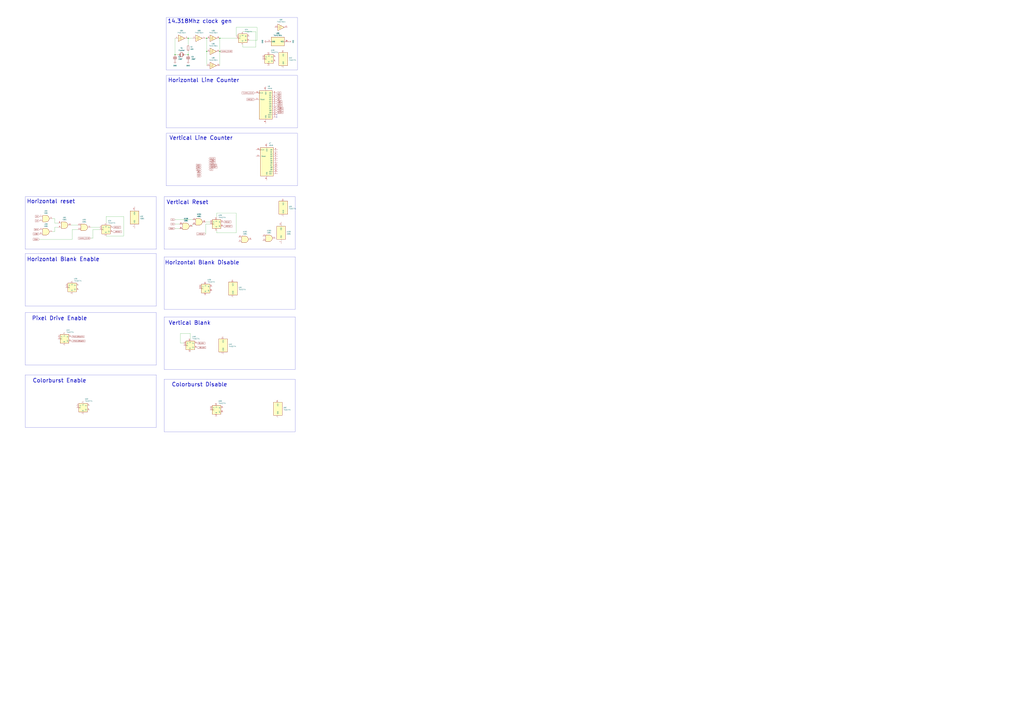
<source format=kicad_sch>
(kicad_sch (version 20250114) (generator "eeschema") (generator_version "9.0")
  (paper "A0")
  (lib_symbols
    (symbol "4xxx:4040" (pin_names (offset 1.016))
      (property "Reference" "U" (at -7.62 16.51 0))
      (property "Value" "4040" (at -7.62 -19.05 0))
      (symbol "4040_1_0"
        (pin input inverted_clock (at -12.7 12.7 0) (length 5.08) (name "CLK") (number "10"))
        (pin input line (at -12.7 5.08 0) (length 5.08) (name "Reset") (number "11"))
        (pin power_in line (at 0 20.32 270) (length 5.08) (name "VDD") (number "16"))
        (pin power_in line (at 0 -22.86 90) (length 5.08) (name "VSS") (number "8"))
        (pin output line (at 12.7 12.7 180) (length 5.08) (name "Q0") (number "9"))
        (pin output line (at 12.7 10.16 180) (length 5.08) (name "Q1") (number "7"))
        (pin output line (at 12.7 7.62 180) (length 5.08) (name "Q2") (number "6"))
        (pin output line (at 12.7 5.08 180) (length 5.08) (name "Q3") (number "5"))
        (pin output line (at 12.7 2.54 180) (length 5.08) (name "Q4") (number "3"))
        (pin output line (at 12.7 0 180) (length 5.08) (name "Q5") (number "2"))
        (pin output line (at 12.7 -2.54 180) (length 5.08) (name "Q6") (number "4"))
        (pin output line (at 12.7 -5.08 180) (length 5.08) (name "Q7") (number "13"))
        (pin output line (at 12.7 -7.62 180) (length 5.08) (name "Q8") (number "12"))
        (pin output line (at 12.7 -10.16 180) (length 5.08) (name "Q9") (number "14"))
        (pin output line (at 12.7 -12.7 180) (length 5.08) (name "Q10") (number "15"))
        (pin output line (at 12.7 -15.24 180) (length 5.08) (name "Q11") (number "1"))
      )
      (symbol "4040_1_1"
        (rectangle (start -7.62 15.24) (end 7.62 -17.78) (stroke (width 0.254)) (fill (type background)))
      )
    )
    (symbol "4xxx:4081" (pin_names (offset 1.016))
      (property "Reference" "U" (at 0 1.27 0))
      (property "Value" "4081" (at 0 -1.27 0))
      (symbol "4081_1_1"
        (arc (start 0 3.81) (mid 3.7934 0) (end 0 -3.81) (stroke (width 0.254)) (fill (type background)))
        (polyline (pts (xy 0 3.81) (xy -3.81 3.81) (xy -3.81 -3.81) (xy 0 -3.81)) (stroke (width 0.254)) (fill (type background)))
        (pin input line (at -7.62 2.54 0) (length 3.81) (name "~") (number "1"))
        (pin input line (at -7.62 -2.54 0) (length 3.81) (name "~") (number "2"))
        (pin output line (at 7.62 0 180) (length 3.81) (name "~") (number "3"))
      )
      (symbol "4081_1_2"
        (arc (start -3.81 3.81) (mid -2.589 0) (end -3.81 -3.81) (stroke (width 0.254)))
        (polyline (pts (xy -3.81 3.81) (xy -0.635 3.81)) (stroke (width 0.254)) (fill (type background)))
        (polyline (pts (xy -3.81 -3.81) (xy -0.635 -3.81)) (stroke (width 0.254)) (fill (type background)))
        (arc (start 3.81 0) (mid 2.1855 -2.584) (end -0.6096 -3.81) (stroke (width 0.254)) (fill (type background)))
        (arc (start -0.6096 3.81) (mid 2.1928 2.5924) (end 3.81 0) (stroke (width 0.254)) (fill (type background)))
        (polyline (pts (xy -0.635 3.81) (xy -3.81 3.81) (xy -3.81 3.81) (xy -3.556 3.4036) (xy -3.0226 2.2606) (xy -2.6924 1.0414) (xy -2.6162 -0.254) (xy -2.7686 -1.4986) (xy -3.175 -2.7178) (xy -3.81 -3.81) (xy -3.81 -3.81) (xy -0.635 -3.81)) (stroke (width -25.4)) (fill (type background)))
        (pin input inverted (at -7.62 2.54 0) (length 4.318) (name "~") (number "1"))
        (pin input inverted (at -7.62 -2.54 0) (length 4.318) (name "~") (number "2"))
        (pin output inverted (at 7.62 0 180) (length 3.81) (name "~") (number "3"))
      )
      (symbol "4081_2_1"
        (arc (start 0 3.81) (mid 3.7934 0) (end 0 -3.81) (stroke (width 0.254)) (fill (type background)))
        (polyline (pts (xy 0 3.81) (xy -3.81 3.81) (xy -3.81 -3.81) (xy 0 -3.81)) (stroke (width 0.254)) (fill (type background)))
        (pin input line (at -7.62 2.54 0) (length 3.81) (name "~") (number "5"))
        (pin input line (at -7.62 -2.54 0) (length 3.81) (name "~") (number "6"))
        (pin output line (at 7.62 0 180) (length 3.81) (name "~") (number "4"))
      )
      (symbol "4081_2_2"
        (arc (start -3.81 3.81) (mid -2.589 0) (end -3.81 -3.81) (stroke (width 0.254)))
        (polyline (pts (xy -3.81 3.81) (xy -0.635 3.81)) (stroke (width 0.254)) (fill (type background)))
        (polyline (pts (xy -3.81 -3.81) (xy -0.635 -3.81)) (stroke (width 0.254)) (fill (type background)))
        (arc (start 3.81 0) (mid 2.1855 -2.584) (end -0.6096 -3.81) (stroke (width 0.254)) (fill (type background)))
        (arc (start -0.6096 3.81) (mid 2.1928 2.5924) (end 3.81 0) (stroke (width 0.254)) (fill (type background)))
        (polyline (pts (xy -0.635 3.81) (xy -3.81 3.81) (xy -3.81 3.81) (xy -3.556 3.4036) (xy -3.0226 2.2606) (xy -2.6924 1.0414) (xy -2.6162 -0.254) (xy -2.7686 -1.4986) (xy -3.175 -2.7178) (xy -3.81 -3.81) (xy -3.81 -3.81) (xy -0.635 -3.81)) (stroke (width -25.4)) (fill (type background)))
        (pin input inverted (at -7.62 2.54 0) (length 4.318) (name "~") (number "5"))
        (pin input inverted (at -7.62 -2.54 0) (length 4.318) (name "~") (number "6"))
        (pin output inverted (at 7.62 0 180) (length 3.81) (name "~") (number "4"))
      )
      (symbol "4081_3_1"
        (arc (start 0 3.81) (mid 3.7934 0) (end 0 -3.81) (stroke (width 0.254)) (fill (type background)))
        (polyline (pts (xy 0 3.81) (xy -3.81 3.81) (xy -3.81 -3.81) (xy 0 -3.81)) (stroke (width 0.254)) (fill (type background)))
        (pin input line (at -7.62 2.54 0) (length 3.81) (name "~") (number "8"))
        (pin input line (at -7.62 -2.54 0) (length 3.81) (name "~") (number "9"))
        (pin output line (at 7.62 0 180) (length 3.81) (name "~") (number "10"))
      )
      (symbol "4081_3_2"
        (arc (start -3.81 3.81) (mid -2.589 0) (end -3.81 -3.81) (stroke (width 0.254)))
        (polyline (pts (xy -3.81 3.81) (xy -0.635 3.81)) (stroke (width 0.254)) (fill (type background)))
        (polyline (pts (xy -3.81 -3.81) (xy -0.635 -3.81)) (stroke (width 0.254)) (fill (type background)))
        (arc (start 3.81 0) (mid 2.1855 -2.584) (end -0.6096 -3.81) (stroke (width 0.254)) (fill (type background)))
        (arc (start -0.6096 3.81) (mid 2.1928 2.5924) (end 3.81 0) (stroke (width 0.254)) (fill (type background)))
        (polyline (pts (xy -0.635 3.81) (xy -3.81 3.81) (xy -3.81 3.81) (xy -3.556 3.4036) (xy -3.0226 2.2606) (xy -2.6924 1.0414) (xy -2.6162 -0.254) (xy -2.7686 -1.4986) (xy -3.175 -2.7178) (xy -3.81 -3.81) (xy -3.81 -3.81) (xy -0.635 -3.81)) (stroke (width -25.4)) (fill (type background)))
        (pin input inverted (at -7.62 2.54 0) (length 4.318) (name "~") (number "8"))
        (pin input inverted (at -7.62 -2.54 0) (length 4.318) (name "~") (number "9"))
        (pin output inverted (at 7.62 0 180) (length 3.81) (name "~") (number "10"))
      )
      (symbol "4081_4_1"
        (arc (start 0 3.81) (mid 3.7934 0) (end 0 -3.81) (stroke (width 0.254)) (fill (type background)))
        (polyline (pts (xy 0 3.81) (xy -3.81 3.81) (xy -3.81 -3.81) (xy 0 -3.81)) (stroke (width 0.254)) (fill (type background)))
        (pin input line (at -7.62 2.54 0) (length 3.81) (name "~") (number "12"))
        (pin input line (at -7.62 -2.54 0) (length 3.81) (name "~") (number "13"))
        (pin output line (at 7.62 0 180) (length 3.81) (name "~") (number "11"))
      )
      (symbol "4081_4_2"
        (arc (start -3.81 3.81) (mid -2.589 0) (end -3.81 -3.81) (stroke (width 0.254)))
        (polyline (pts (xy -3.81 3.81) (xy -0.635 3.81)) (stroke (width 0.254)) (fill (type background)))
        (polyline (pts (xy -3.81 -3.81) (xy -0.635 -3.81)) (stroke (width 0.254)) (fill (type background)))
        (arc (start 3.81 0) (mid 2.1855 -2.584) (end -0.6096 -3.81) (stroke (width 0.254)) (fill (type background)))
        (arc (start -0.6096 3.81) (mid 2.1928 2.5924) (end 3.81 0) (stroke (width 0.254)) (fill (type background)))
        (polyline (pts (xy -0.635 3.81) (xy -3.81 3.81) (xy -3.81 3.81) (xy -3.556 3.4036) (xy -3.0226 2.2606) (xy -2.6924 1.0414) (xy -2.6162 -0.254) (xy -2.7686 -1.4986) (xy -3.175 -2.7178) (xy -3.81 -3.81) (xy -3.81 -3.81) (xy -0.635 -3.81)) (stroke (width -25.4)) (fill (type background)))
        (pin input inverted (at -7.62 2.54 0) (length 4.318) (name "~") (number "12"))
        (pin input inverted (at -7.62 -2.54 0) (length 4.318) (name "~") (number "13"))
        (pin output inverted (at 7.62 0 180) (length 3.81) (name "~") (number "11"))
      )
      (symbol "4081_5_0"
        (pin power_in line (at 0 12.7 270) (length 5.08) (name "VDD") (number "14"))
        (pin power_in line (at 0 -12.7 90) (length 5.08) (name "VSS") (number "7"))
      )
      (symbol "4081_5_1"
        (rectangle (start -5.08 7.62) (end 5.08 -7.62) (stroke (width 0.254)) (fill (type background)))
      )
    )
    (symbol "74xx:74HC7014"
      (property "Reference" "U" (at 0 1.27 0))
      (property "Value" "74HC7014" (at 0 -1.27 0))
      (symbol "74HC7014_1_1"
        (polyline (pts (xy -3.81 3.81) (xy -3.81 -3.81) (xy 3.81 0) (xy -3.81 3.81)) (stroke (width 0.254)) (fill (type background)))
        (polyline (pts (xy -2.54 -1.27) (xy -0.635 -1.27) (xy -0.635 1.27) (xy 0 1.27)))
        (polyline (pts (xy -1.905 -1.27) (xy -1.905 1.27) (xy -0.635 1.27)))
        (pin input line (at -7.62 0 0) (length 3.81) (name "~") (number "1"))
        (pin output line (at 7.62 0 180) (length 3.81) (name "~") (number "2"))
      )
      (symbol "74HC7014_2_1"
        (polyline (pts (xy -3.81 3.81) (xy -3.81 -3.81) (xy 3.81 0) (xy -3.81 3.81)) (stroke (width 0.254)) (fill (type background)))
        (polyline (pts (xy -2.54 -1.27) (xy -0.635 -1.27) (xy -0.635 1.27) (xy 0 1.27)))
        (polyline (pts (xy -1.905 -1.27) (xy -1.905 1.27) (xy -0.635 1.27)))
        (pin input line (at -7.62 0 0) (length 3.81) (name "~") (number "3"))
        (pin output line (at 7.62 0 180) (length 3.81) (name "~") (number "4"))
      )
      (symbol "74HC7014_3_1"
        (polyline (pts (xy -3.81 3.81) (xy -3.81 -3.81) (xy 3.81 0) (xy -3.81 3.81)) (stroke (width 0.254)) (fill (type background)))
        (polyline (pts (xy -2.54 -1.27) (xy -0.635 -1.27) (xy -0.635 1.27) (xy 0 1.27)))
        (polyline (pts (xy -1.905 -1.27) (xy -1.905 1.27) (xy -0.635 1.27)))
        (pin input line (at -7.62 0 0) (length 3.81) (name "~") (number "5"))
        (pin output line (at 7.62 0 180) (length 3.81) (name "~") (number "6"))
      )
      (symbol "74HC7014_4_1"
        (polyline (pts (xy -3.81 3.81) (xy -3.81 -3.81) (xy 3.81 0) (xy -3.81 3.81)) (stroke (width 0.254)) (fill (type background)))
        (polyline (pts (xy -2.54 -1.27) (xy -0.635 -1.27) (xy -0.635 1.27) (xy 0 1.27)))
        (polyline (pts (xy -1.905 -1.27) (xy -1.905 1.27) (xy -0.635 1.27)))
        (pin input line (at -7.62 0 0) (length 3.81) (name "~") (number "9"))
        (pin output line (at 7.62 0 180) (length 3.81) (name "~") (number "8"))
      )
      (symbol "74HC7014_5_1"
        (polyline (pts (xy -3.81 3.81) (xy -3.81 -3.81) (xy 3.81 0) (xy -3.81 3.81)) (stroke (width 0.254)) (fill (type background)))
        (polyline (pts (xy -2.54 -1.27) (xy -0.635 -1.27) (xy -0.635 1.27) (xy 0 1.27)))
        (polyline (pts (xy -1.905 -1.27) (xy -1.905 1.27) (xy -0.635 1.27)))
        (pin input line (at -7.62 0 0) (length 3.81) (name "~") (number "11"))
        (pin output line (at 7.62 0 180) (length 3.81) (name "~") (number "10"))
      )
      (symbol "74HC7014_6_1"
        (polyline (pts (xy -3.81 3.81) (xy -3.81 -3.81) (xy 3.81 0) (xy -3.81 3.81)) (stroke (width 0.254)) (fill (type background)))
        (polyline (pts (xy -2.54 -1.27) (xy -0.635 -1.27) (xy -0.635 1.27) (xy 0 1.27)))
        (polyline (pts (xy -1.905 -1.27) (xy -1.905 1.27) (xy -0.635 1.27)))
        (pin input line (at -7.62 0 0) (length 3.81) (name "~") (number "13"))
        (pin output line (at 7.62 0 180) (length 3.81) (name "~") (number "12"))
      )
      (symbol "74HC7014_7_1"
        (rectangle (start -5.08 7.62) (end 5.08 -7.62) (stroke (width 0.254)) (fill (type background)))
        (pin power_in line (at 0 12.7 270) (length 5.08) (name "VCC") (number "14"))
        (pin power_in line (at 0 -12.7 90) (length 5.08) (name "GND") (number "7"))
      )
    )
    (symbol "74xx:74HCT74" (pin_names (offset 1.016))
      (property "Reference" "U" (at -7.62 8.89 0))
      (property "Value" "74HCT74" (at -7.62 -8.89 0))
      (symbol "74HCT74_1_0"
        (pin input line (at -7.62 2.54 0) (length 2.54) (name "D") (number "2"))
        (pin input clock (at -7.62 0 0) (length 2.54) (name "C") (number "3"))
        (pin input line (at 0 7.62 270) (length 2.54) (name "~{S}") (number "4"))
        (pin input line (at 0 -7.62 90) (length 2.54) (name "~{R}") (number "1"))
        (pin output line (at 7.62 2.54 180) (length 2.54) (name "Q") (number "5"))
        (pin output line (at 7.62 -2.54 180) (length 2.54) (name "~{Q}") (number "6"))
      )
      (symbol "74HCT74_1_1"
        (rectangle (start -5.08 5.08) (end 5.08 -5.08) (stroke (width 0.254)) (fill (type background)))
      )
      (symbol "74HCT74_2_0"
        (pin input line (at -7.62 2.54 0) (length 2.54) (name "D") (number "12"))
        (pin input clock (at -7.62 0 0) (length 2.54) (name "C") (number "11"))
        (pin input line (at 0 7.62 270) (length 2.54) (name "~{S}") (number "10"))
        (pin input line (at 0 -7.62 90) (length 2.54) (name "~{R}") (number "13"))
        (pin output line (at 7.62 2.54 180) (length 2.54) (name "Q") (number "9"))
        (pin output line (at 7.62 -2.54 180) (length 2.54) (name "~{Q}") (number "8"))
      )
      (symbol "74HCT74_2_1"
        (rectangle (start -5.08 5.08) (end 5.08 -5.08) (stroke (width 0.254)) (fill (type background)))
      )
      (symbol "74HCT74_3_0"
        (pin power_in line (at 0 10.16 270) (length 2.54) (name "VCC") (number "14"))
        (pin power_in line (at 0 -10.16 90) (length 2.54) (name "GND") (number "7"))
      )
      (symbol "74HCT74_3_1"
        (rectangle (start -5.08 7.62) (end 5.08 -7.62) (stroke (width 0.254)) (fill (type background)))
      )
    )
    (symbol "Device:C" (pin_numbers (hide yes)) (pin_names (offset 0.254))
      (property "Reference" "C" (at 0.635 2.54 0))
      (property "Value" "C" (at 0.635 -2.54 0))
      (symbol "C_0_1"
        (polyline (pts (xy -2.032 0.762) (xy 2.032 0.762)) (stroke (width 0.508)))
        (polyline (pts (xy -2.032 -0.762) (xy 2.032 -0.762)) (stroke (width 0.508)))
      )
      (symbol "C_1_1"
        (pin passive line (at 0 3.81 270) (length 2.794) (name "~") (number "1"))
        (pin passive line (at 0 -3.81 90) (length 2.794) (name "~") (number "2"))
      )
    )
    (symbol "Device:Crystal" (pin_numbers (hide yes)) (pin_names (offset 1.016) (hide yes))
      (property "Reference" "Y" (at 0 3.81 0))
      (property "Value" "Crystal" (at 0 -3.81 0))
      (symbol "Crystal_0_1"
        (polyline (pts (xy -2.54 0) (xy -1.905 0)))
        (polyline (pts (xy -1.905 -1.27) (xy -1.905 1.27)) (stroke (width 0.508)))
        (rectangle (start -1.143 2.54) (end 1.143 -2.54) (stroke (width 0.3048)))
        (polyline (pts (xy 1.905 -1.27) (xy 1.905 1.27)) (stroke (width 0.508)))
        (polyline (pts (xy 2.54 0) (xy 1.905 0)))
      )
      (symbol "Crystal_1_1"
        (pin passive line (at -3.81 0 0) (length 1.27) (name "1") (number "1"))
        (pin passive line (at 3.81 0 180) (length 1.27) (name "2") (number "2"))
      )
    )
    (symbol "Device:R" (pin_numbers (hide yes)) (pin_names (offset 0))
      (property "Reference" "R" (at 2.032 0 90))
      (property "Value" "R" (at 0 0 90))
      (symbol "R_0_1"
        (rectangle (start -1.016 -2.54) (end 1.016 2.54) (stroke (width 0.254)))
      )
      (symbol "R_1_1"
        (pin passive line (at 0 3.81 270) (length 1.27) (name "~") (number "1"))
        (pin passive line (at 0 -3.81 90) (length 1.27) (name "~") (number "2"))
      )
    )
    (symbol "power:GND" (power) (pin_numbers (hide yes)) (pin_names (offset 0) (hide yes))
      (property "Value" "GND" (at 0 -3.81 0))
      (symbol "GND_0_1"
        (polyline (pts (xy 0 0) (xy 0 -1.27) (xy 1.27 -1.27) (xy 0 -2.54) (xy -1.27 -1.27) (xy 0 -1.27)))
      )
      (symbol "GND_1_1"
        (pin power_in line (at 0 0 270) (length 0) (name "~") (number "1"))
      )
    )
    (symbol "power:VCC" (power) (pin_numbers (hide yes)) (pin_names (offset 0) (hide yes))
      (property "Value" "VCC" (at 0 3.556 0))
      (symbol "VCC_0_1"
        (polyline (pts (xy -0.762 1.27) (xy 0 2.54)))
        (polyline (pts (xy 0 2.54) (xy 0.762 1.27)))
        (polyline (pts (xy 0 0) (xy 0 2.54)))
      )
      (symbol "VCC_1_1"
        (pin power_in line (at 0 0 90) (length 0) (name "~") (number "1"))
      )
    )
  )
  (rectangle (start 193.04 20.32) (end 345.44 81.28))
  (rectangle (start 193.04 87.63) (end 345.44 148.59))
  (rectangle (start 29.21 228.6) (end 181.61 289.56))
  (rectangle (start 190.5 440.69) (end 342.9 501.65))
  (rectangle (start 190.5 228.6) (end 342.9 289.56))
  (rectangle (start 29.21 435.61) (end 181.61 496.57))
  (rectangle (start 190.5 298.45) (end 342.9 359.41))
  (rectangle (start 193.04 154.94) (end 345.44 215.9))
  (rectangle (start 190.5 368.3) (end 342.9 429.26))
  (rectangle (start 29.21 294.64) (end 181.61 355.6))
  (rectangle (start 29.21 363.22) (end 181.61 424.18))
  (text "14.318Mhz clock gen" (at 231.902 24.638 0) (effects (font (size 4.572 4.572) (thickness 0.5715))))
  (text "Horizontal Blank Enable" (at 73.406 301.244 0) (effects (font (size 4.572 4.572) (thickness 0.5715))))
  (text "Vertical Reset" (at 217.678 234.95 0) (effects (font (size 4.572 4.572) (thickness 0.5715))))
  (text "Horizontal Line Counter" (at 236.474 93.218 0) (effects (font (size 4.572 4.572) (thickness 0.5715))))
  (text "Horizontal reset" (at 59.182 233.934 0) (effects (font (size 4.572 4.572) (thickness 0.5715))))
  (text "Pixel Drive Enable" (at 69.088 369.824 0) (effects (font (size 4.572 4.572) (thickness 0.5715))))
  (text "Vertical Line Counter" (at 233.426 160.274 0) (effects (font (size 4.572 4.572) (thickness 0.5715))))
  (text "Colorburst Disable" (at 231.648 446.786 0) (effects (font (size 4.572 4.572) (thickness 0.5715))))
  (text "Colorburst Enable" (at 69.088 442.214 0) (effects (font (size 4.572 4.572) (thickness 0.5715))))
  (text "Horizontal Blank Disable" (at 234.696 305.054 0) (effects (font (size 4.572 4.572) (thickness 0.5715))))
  (text "Vertical Blank" (at 220.218 375.158 0) (effects (font (size 4.572 4.572) (thickness 0.5715))))
  (junction (at 218.44 44.45))
  (junction (at 255.27 59.69))
  (junction (at 218.44 63.5))
  (junction (at 255.27 44.45))
  (junction (at 240.03 44.45))
  (junction (at 203.2 63.5))
  (junction (at 240.03 59.69))
  (no_connect (at 321.31 135.89))
  (no_connect (at 321.31 133.35))
  (wire (pts (xy 255.27 44.45) (xy 274.32 44.45)))
  (wire (pts (xy 123.19 251.46) (xy 123.19 259.08)))
  (wire (pts (xy 107.95 266.7) (xy 115.57 266.7)))
  (wire (pts (xy 83.82 278.13) (xy 83.82 266.7)))
  (wire (pts (xy 203.2 255.27) (xy 223.52 255.27)))
  (wire (pts (xy 203.2 265.43) (xy 208.28 265.43)))
  (wire (pts (xy 107.95 276.86) (xy 107.95 266.7)))
  (wire (pts (xy 243.84 257.81) (xy 238.76 257.81)))
  (wire (pts (xy 240.03 44.45) (xy 240.03 59.69)))
  (wire (pts (xy 63.5 264.16) (xy 67.31 264.16)))
  (wire (pts (xy 105.41 276.86) (xy 107.95 276.86)))
  (wire (pts (xy 297.18 36.83) (xy 297.18 54.61)))
  (wire (pts (xy 243.84 260.35) (xy 238.76 260.35)))
  (wire (pts (xy 274.32 31.75) (xy 298.45 31.75)))
  (wire (pts (xy 214.63 63.5) (xy 218.44 63.5)))
  (wire (pts (xy 218.44 44.45) (xy 218.44 52.07)))
  (wire (pts (xy 143.51 274.32) (xy 143.51 251.46)))
  (wire (pts (xy 238.76 44.45) (xy 240.03 44.45)))
  (wire (pts (xy 218.44 59.69) (xy 218.44 63.5)))
  (wire (pts (xy 45.72 278.13) (xy 83.82 278.13)))
  (wire (pts (xy 298.45 31.75) (xy 298.45 46.99)))
  (wire (pts (xy 63.5 269.24) (xy 63.5 264.16)))
  (wire (pts (xy 213.36 398.78) (xy 209.55 398.78)))
  (wire (pts (xy 105.41 264.16) (xy 115.57 264.16)))
  (wire (pts (xy 297.18 54.61) (xy 281.94 54.61)))
  (wire (pts (xy 218.44 44.45) (xy 223.52 44.45)))
  (wire (pts (xy 251.46 267.97) (xy 251.46 270.51)))
  (wire (pts (xy 63.5 259.08) (xy 63.5 254)))
  (wire (pts (xy 274.32 247.65) (xy 251.46 247.65)))
  (wire (pts (xy 83.82 266.7) (xy 90.17 266.7)))
  (wire (pts (xy 298.45 46.99) (xy 289.56 46.99)))
  (wire (pts (xy 223.52 260.35) (xy 223.52 262.89)))
  (wire (pts (xy 281.94 54.61) (xy 281.94 52.07)))
  (wire (pts (xy 251.46 247.65) (xy 251.46 252.73)))
  (wire (pts (xy 60.96 269.24) (xy 63.5 269.24)))
  (wire (pts (xy 255.27 44.45) (xy 255.27 59.69)))
  (wire (pts (xy 209.55 387.35) (xy 220.98 387.35)))
  (wire (pts (xy 203.2 63.5) (xy 203.2 44.45)))
  (wire (pts (xy 255.27 59.69) (xy 255.27 76.2)))
  (wire (pts (xy 274.32 270.51) (xy 274.32 247.65)))
  (wire (pts (xy 207.01 63.5) (xy 203.2 63.5)))
  (wire (pts (xy 143.51 251.46) (xy 123.19 251.46)))
  (wire (pts (xy 203.2 260.35) (xy 208.28 260.35)))
  (wire (pts (xy 209.55 398.78) (xy 209.55 387.35)))
  (wire (pts (xy 251.46 270.51) (xy 274.32 270.51)))
  (wire (pts (xy 238.76 260.35) (xy 238.76 271.78)))
  (wire (pts (xy 63.5 254) (xy 60.96 254)))
  (wire (pts (xy 123.19 274.32) (xy 143.51 274.32)))
  (wire (pts (xy 281.94 36.83) (xy 297.18 36.83)))
  (wire (pts (xy 67.31 259.08) (xy 63.5 259.08)))
  (wire (pts (xy 240.03 59.69) (xy 240.03 76.2)))
  (wire (pts (xy 274.32 41.91) (xy 274.32 31.75)))
  (wire (pts (xy 82.55 261.62) (xy 90.17 261.62)))
  (wire (pts (xy 220.98 387.35) (xy 220.98 393.7)))
  (global_label "14mhz_CLK0" (shape input) (at 105.41 276.86 180) (property "Intersheetrefs" "${INTERSHEET_REFS}" (effects (hide yes))))
  (global_label "32V" (shape input) (at 233.68 191.77 180) (property "Intersheetrefs" "${INTERSHEET_REFS}" (effects (hide yes))))
  (global_label "HRESET" (shape input) (at 242.57 194.31 0) (property "Intersheetrefs" "${INTERSHEET_REFS}" (effects (hide yes))))
  (global_label "256V" (shape input) (at 203.2 265.43 180) (property "Intersheetrefs" "${INTERSHEET_REFS}" (effects (hide yes))))
  (global_label "256H" (shape input) (at 321.31 128.27 0) (property "Intersheetrefs" "${INTERSHEET_REFS}" (effects (hide yes))))
  (global_label "128V" (shape input) (at 242.57 186.69 0) (property "Intersheetrefs" "${INTERSHEET_REFS}" (effects (hide yes))))
  (global_label "2H" (shape input) (at 45.72 251.46 180) (property "Intersheetrefs" "${INTERSHEET_REFS}" (effects (hide yes))))
  (global_label "_PIXELDRAWEN" (shape input) (at 82.55 396.24 0) (property "Intersheetrefs" "${INTERSHEET_REFS}" (effects (hide yes))))
  (global_label "4V" (shape input) (at 233.68 201.93 180) (property "Intersheetrefs" "${INTERSHEET_REFS}" (effects (hide yes))))
  (global_label "VRESET" (shape input) (at 242.57 191.77 0) (property "Intersheetrefs" "${INTERSHEET_REFS}" (effects (hide yes))))
  (global_label "64H" (shape input) (at 45.72 266.7 180) (property "Intersheetrefs" "${INTERSHEET_REFS}" (effects (hide yes))))
  (global_label "4H" (shape input) (at 321.31 113.03 0) (property "Intersheetrefs" "${INTERSHEET_REFS}" (effects (hide yes))))
  (global_label "64V" (shape input) (at 233.68 196.85 180) (property "Intersheetrefs" "${INTERSHEET_REFS}" (effects (hide yes))))
  (global_label "1V" (shape input) (at 203.2 255.27 180) (property "Intersheetrefs" "${INTERSHEET_REFS}" (effects (hide yes))))
  (global_label "256H" (shape input) (at 45.72 278.13 180) (property "Intersheetrefs" "${INTERSHEET_REFS}" (effects (hide yes))))
  (global_label "1V" (shape input) (at 242.57 196.85 0) (property "Intersheetrefs" "${INTERSHEET_REFS}" (effects (hide yes))))
  (global_label "256V" (shape input) (at 242.57 189.23 0) (property "Intersheetrefs" "${INTERSHEET_REFS}" (effects (hide yes))))
  (global_label "VBLANK" (shape input) (at 228.6 398.78 0) (property "Intersheetrefs" "${INTERSHEET_REFS}" (effects (hide yes))))
  (global_label "128H" (shape input) (at 45.72 271.78 180) (property "Intersheetrefs" "${INTERSHEET_REFS}" (effects (hide yes))))
  (global_label "HRESET" (shape input) (at 295.91 115.57 180) (property "Intersheetrefs" "${INTERSHEET_REFS}" (effects (hide yes))))
  (global_label "16H" (shape input) (at 321.31 118.11 0) (property "Intersheetrefs" "${INTERSHEET_REFS}" (effects (hide yes))))
  (global_label "_HRESET" (shape input) (at 130.81 269.24 0) (property "Intersheetrefs" "${INTERSHEET_REFS}" (effects (hide yes))))
  (global_label "16V" (shape input) (at 233.68 194.31 180) (property "Intersheetrefs" "${INTERSHEET_REFS}" (effects (hide yes))))
  (global_label "_HRESET" (shape input) (at 238.76 271.78 180) (property "Intersheetrefs" "${INTERSHEET_REFS}" (effects (hide yes))))
  (global_label "2V" (shape input) (at 233.68 204.47 180) (property "Intersheetrefs" "${INTERSHEET_REFS}" (effects (hide yes))))
  (global_label "2H" (shape input) (at 321.31 110.49 0) (property "Intersheetrefs" "${INTERSHEET_REFS}" (effects (hide yes))))
  (global_label "PIXELDRAWEN" (shape input) (at 82.55 391.16 0) (property "Intersheetrefs" "${INTERSHEET_REFS}" (effects (hide yes))))
  (global_label "64H" (shape input) (at 321.31 123.19 0) (property "Intersheetrefs" "${INTERSHEET_REFS}" (effects (hide yes))))
  (global_label "8H" (shape input) (at 321.31 115.57 0) (property "Intersheetrefs" "${INTERSHEET_REFS}" (effects (hide yes))))
  (global_label "512V" (shape input) (at 242.57 184.15 0) (property "Intersheetrefs" "${INTERSHEET_REFS}" (effects (hide yes))))
  (global_label "_VBLANK" (shape input) (at 228.6 403.86 0) (property "Intersheetrefs" "${INTERSHEET_REFS}" (effects (hide yes))))
  (global_label "VRESET" (shape input) (at 259.08 257.81 0) (property "Intersheetrefs" "${INTERSHEET_REFS}" (effects (hide yes))))
  (global_label "512H" (shape input) (at 321.31 130.81 0) (property "Intersheetrefs" "${INTERSHEET_REFS}" (effects (hide yes))))
  (global_label "HRESET" (shape input) (at 130.81 264.16 0) (property "Intersheetrefs" "${INTERSHEET_REFS}" (effects (hide yes))))
  (global_label "7.1mhz_CLK1" (shape input) (at 295.91 107.95 180) (property "Intersheetrefs" "${INTERSHEET_REFS}" (effects (hide yes))))
  (global_label "128H" (shape input) (at 321.31 125.73 0) (property "Intersheetrefs" "${INTERSHEET_REFS}" (effects (hide yes))))
  (global_label "8V" (shape input) (at 233.68 199.39 180) (property "Intersheetrefs" "${INTERSHEET_REFS}" (effects (hide yes))))
  (global_label "_HRESET" (shape input) (at 259.08 262.89 0) (property "Intersheetrefs" "${INTERSHEET_REFS}" (effects (hide yes))))
  (global_label "1H" (shape input) (at 321.31 107.95 0) (property "Intersheetrefs" "${INTERSHEET_REFS}" (effects (hide yes))))
  (global_label "4H" (shape input) (at 45.72 256.54 180) (property "Intersheetrefs" "${INTERSHEET_REFS}" (effects (hide yes))))
  (global_label "32H" (shape input) (at 321.31 120.65 0) (property "Intersheetrefs" "${INTERSHEET_REFS}" (effects (hide yes))))
  (global_label "14mhz_CLK0" (shape input) (at 255.27 59.69 0) (property "Intersheetrefs" "${INTERSHEET_REFS}" (effects (hide yes))))
  (global_label "4V" (shape input) (at 203.2 260.35 180) (property "Intersheetrefs" "${INTERSHEET_REFS}" (effects (hide yes))))
  (symbol (lib_id "74xx:74HCT74") (at 270.51 335.28 0) (unit 3)
    (property "Reference" "U3" (at 276.86 334.0099 0) (effects (justify left)))
    (property "Value" "74HCT74" (at 276.86 336.5499 0) (effects (justify left)))
    (property "Footprint" "Package_SO:SO-14_3.9x8.65mm_P1.27mm" (effects (hide yes)))
    (property "Datasheet" "https://assets.nexperia.com/documents/data-sheet/74HC_HCT74.pdf" (effects (hide yes)))
    (property "Description" "Dual D Flip-flop, Set & Reset" (effects (hide yes)))
  )
  (symbol (lib_id "74xx:74HCT74") (at 328.93 68.58 0) (unit 3)
    (property "Reference" "U1" (at 335.28 67.3099 0) (effects (justify left)))
    (property "Value" "74HCT74" (at 335.28 69.8499 0) (effects (justify left)))
    (property "Footprint" "Package_SO:SO-14_3.9x8.65mm_P1.27mm" (effects (hide yes)))
    (property "Datasheet" "https://assets.nexperia.com/documents/data-sheet/74HC_HCT74.pdf" (effects (hide yes)))
    (property "Description" "Dual D Flip-flop, Set & Reset" (effects (hide yes)))
  )
  (symbol (lib_id "74xx:74HCT74") (at 83.82 334.01 0) (unit 1)
    (property "Reference" "U3" (at 85.9633 323.85 0) (effects (justify left)))
    (property "Value" "74HCT74" (at 85.9633 326.39 0) (effects (justify left)))
    (property "Footprint" "Package_SO:SO-14_3.9x8.65mm_P1.27mm" (effects (hide yes)))
    (property "Datasheet" "https://assets.nexperia.com/documents/data-sheet/74HC_HCT74.pdf" (effects (hide yes)))
    (property "Description" "Dual D Flip-flop, Set & Reset" (effects (hide yes)))
  )
  (symbol (lib_id "4xxx:4081") (at 97.79 264.16 0) (unit 4)
    (property "Reference" "U9" (at 97.7817 255.27 0))
    (property "Value" "4081" (at 97.7817 257.81 0))
    (property "Footprint" "Package_DIP:DIP-14_W7.62mm" (effects (hide yes)))
    (property "Datasheet" "http://www.intersil.com/content/dam/Intersil/documents/cd40/cd4073bms-81bms-82bms.pdf" (effects (hide yes)))
    (property "Description" "Quad And 2 inputs" (effects (hide yes)))
  )
  (symbol (lib_id "74xx:74HC7014") (at 247.65 59.69 0) (unit 3)
    (property "Reference" "U8" (at 247.65 50.8 0))
    (property "Value" "74HC7014" (at 247.65 53.34 0))
    (property "Footprint" "Package_SO:SOIC-14_3.9x8.7mm_P1.27mm" (effects (hide yes)))
    (property "Datasheet" "https://assets.nexperia.com/documents/data-sheet/74HC7014.pdf" (effects (hide yes)))
    (property "Description" "Hex non-inverting buffer with precision Schmitt Trigger inputs, SOIC-14" (effects (hide yes)))
  )
  (symbol (lib_id "74xx:74HCT74") (at 328.93 241.3 0) (unit 3)
    (property "Reference" "U2" (at 335.28 240.0299 0) (effects (justify left)))
    (property "Value" "74HCT74" (at 335.28 242.5699 0) (effects (justify left)))
    (property "Footprint" "Package_SO:SO-14_3.9x8.65mm_P1.27mm" (effects (hide yes)))
    (property "Datasheet" "https://assets.nexperia.com/documents/data-sheet/74HC_HCT74.pdf" (effects (hide yes)))
    (property "Description" "Dual D Flip-flop, Set & Reset" (effects (hide yes)))
  )
  (symbol (lib_id "74xx:74HCT74") (at 312.42 68.58 0) (unit 2)
    (property "Reference" "U1" (at 314.5633 58.42 0) (effects (justify left)))
    (property "Value" "74HCT74" (at 314.5633 60.96 0) (effects (justify left)))
    (property "Footprint" "Package_SO:SO-14_3.9x8.65mm_P1.27mm" (effects (hide yes)))
    (property "Datasheet" "https://assets.nexperia.com/documents/data-sheet/74HC_HCT74.pdf" (effects (hide yes)))
    (property "Description" "Dual D Flip-flop, Set & Reset" (effects (hide yes)))
  )
  (symbol (lib_id "Device:R") (at 218.44 55.88 0) (unit 1)
    (property "Reference" "R2" (at 220.98 54.6099 0) (effects (justify left)))
    (property "Value" "680" (at 220.98 57.1499 0) (effects (justify left)))
    (property "Footprint" "Resistor_THT:R_Axial_DIN0204_L3.6mm_D1.6mm_P7.62mm_Horizontal" (effects (hide yes)))
    (property "Description" "Resistor" (effects (hide yes)))
  )
  (symbol (lib_id "74xx:74HCT74") (at 251.46 476.25 0) (unit 2)
    (property "Reference" "U5" (at 253.6033 466.09 0) (effects (justify left)))
    (property "Value" "74HCT74" (at 253.6033 468.63 0) (effects (justify left)))
    (property "Footprint" "Package_SO:SO-14_3.9x8.65mm_P1.27mm" (effects (hide yes)))
    (property "Datasheet" "https://assets.nexperia.com/documents/data-sheet/74HC_HCT74.pdf" (effects (hide yes)))
    (property "Description" "Dual D Flip-flop, Set & Reset" (effects (hide yes)))
  )
  (symbol (lib_id "4xxx:4081") (at 156.21 252.73 0) (unit 5)
    (property "Reference" "U9" (at 162.56 251.4599 0) (effects (justify left)))
    (property "Value" "4081" (at 162.56 253.9999 0) (effects (justify left)))
    (property "Footprint" "Package_DIP:DIP-14_W7.62mm" (effects (hide yes)))
    (property "Datasheet" "http://www.intersil.com/content/dam/Intersil/documents/cd40/cd4073bms-81bms-82bms.pdf" (effects (hide yes)))
    (property "Description" "Quad And 2 inputs" (effects (hide yes)))
  )
  (symbol (lib_id "74xx:74HC7014") (at 247.65 44.45 0) (unit 4)
    (property "Reference" "U8" (at 247.65 35.56 0))
    (property "Value" "74HC7014" (at 247.65 38.1 0))
    (property "Footprint" "Package_SO:SOIC-14_3.9x8.7mm_P1.27mm" (effects (hide yes)))
    (property "Datasheet" "https://assets.nexperia.com/documents/data-sheet/74HC7014.pdf" (effects (hide yes)))
    (property "Description" "Hex non-inverting buffer with precision Schmitt Trigger inputs, SOIC-14" (effects (hide yes)))
  )
  (symbol (lib_id "power:GND") (at 203.2 71.12 0) (unit 1)
    (property "Reference" "#PWR09" (effects (hide yes)))
    (property "Value" "GND" (at 203.2 76.2 0))
    (property "Description" "Power symbol creates a global label with name \"GND\" , ground" (effects (hide yes)))
  )
  (symbol (lib_id "74xx:74HC7014") (at 326.39 31.75 0) (unit 6)
    (property "Reference" "U8" (at 326.39 22.86 0))
    (property "Value" "74HC7014" (at 326.39 25.4 0))
    (property "Footprint" "Package_SO:SOIC-14_3.9x8.7mm_P1.27mm" (effects (hide yes)))
    (property "Datasheet" "https://assets.nexperia.com/documents/data-sheet/74HC7014.pdf" (effects (hide yes)))
    (property "Description" "Hex non-inverting buffer with precision Schmitt Trigger inputs, SOIC-14" (effects (hide yes)))
  )
  (symbol (lib_id "4xxx:4081") (at 326.39 270.51 0) (unit 5)
    (property "Reference" "U10" (at 332.74 269.2399 0) (effects (justify left)))
    (property "Value" "4081" (at 332.74 271.7799 0) (effects (justify left)))
    (property "Footprint" "Package_DIP:DIP-14_W7.62mm" (effects (hide yes)))
    (property "Datasheet" "http://www.intersil.com/content/dam/Intersil/documents/cd40/cd4073bms-81bms-82bms.pdf" (effects (hide yes)))
    (property "Description" "Quad And 2 inputs" (effects (hide yes)))
  )
  (symbol (lib_id "74xx:74HCT74") (at 259.08 401.32 0) (unit 3)
    (property "Reference" "U4" (at 265.43 400.0499 0) (effects (justify left)))
    (property "Value" "74HCT74" (at 265.43 402.5899 0) (effects (justify left)))
    (property "Footprint" "Package_SO:SO-14_3.9x8.65mm_P1.27mm" (effects (hide yes)))
    (property "Datasheet" "https://assets.nexperia.com/documents/data-sheet/74HC_HCT74.pdf" (effects (hide yes)))
    (property "Description" "Dual D Flip-flop, Set & Reset" (effects (hide yes)))
  )
  (symbol (lib_id "4xxx:4081") (at 215.9 262.89 0) (unit 2)
    (property "Reference" "U10" (at 215.8917 254 0))
    (property "Value" "4081" (at 215.8917 256.54 0))
    (property "Footprint" "Package_DIP:DIP-14_W7.62mm" (effects (hide yes)))
    (property "Datasheet" "http://www.intersil.com/content/dam/Intersil/documents/cd40/cd4073bms-81bms-82bms.pdf" (effects (hide yes)))
    (property "Description" "Quad And 2 inputs" (effects (hide yes)))
  )
  (symbol (lib_id "74xx:74HCT74") (at 251.46 260.35 0) (unit 2)
    (property "Reference" "U2" (at 253.6033 250.19 0) (effects (justify left)))
    (property "Value" "74HCT74" (at 253.6033 252.73 0) (effects (justify left)))
    (property "Footprint" "Package_SO:SO-14_3.9x8.65mm_P1.27mm" (effects (hide yes)))
    (property "Datasheet" "https://assets.nexperia.com/documents/data-sheet/74HC_HCT74.pdf" (effects (hide yes)))
    (property "Description" "Dual D Flip-flop, Set & Reset" (effects (hide yes)))
  )
  (symbol (lib_id "74xx:74HCT74") (at 281.94 44.45 0) (unit 1)
    (property "Reference" "U1" (at 284.0833 34.29 0) (effects (justify left)))
    (property "Value" "74HCT74" (at 284.0833 36.83 0) (effects (justify left)))
    (property "Footprint" "Package_SO:SO-14_3.9x8.65mm_P1.27mm" (effects (hide yes)))
    (property "Datasheet" "https://assets.nexperia.com/documents/data-sheet/74HC_HCT74.pdf" (effects (hide yes)))
    (property "Description" "Dual D Flip-flop, Set & Reset" (effects (hide yes)))
  )
  (symbol (lib_id "4xxx:4081") (at 312.42 276.86 0) (unit 4)
    (property "Reference" "U10" (at 312.4117 267.97 0))
    (property "Value" "4081" (at 312.4117 270.51 0))
    (property "Footprint" "Package_DIP:DIP-14_W7.62mm" (effects (hide yes)))
    (property "Datasheet" "http://www.intersil.com/content/dam/Intersil/documents/cd40/cd4073bms-81bms-82bms.pdf" (effects (hide yes)))
    (property "Description" "Quad And 2 inputs" (effects (hide yes)))
  )
  (symbol (lib_id "power:GND") (at 218.44 71.12 0) (unit 1)
    (property "Reference" "#PWR011" (effects (hide yes)))
    (property "Value" "GND" (at 218.44 76.2 0))
    (property "Description" "Power symbol creates a global label with name \"GND\" , ground" (effects (hide yes)))
  )
  (symbol (lib_id "74xx:74HCT74") (at 322.58 474.98 0) (unit 3)
    (property "Reference" "U5" (at 328.93 473.7099 0) (effects (justify left)))
    (property "Value" "74HCT74" (at 328.93 476.2499 0) (effects (justify left)))
    (property "Footprint" "Package_SO:SO-14_3.9x8.65mm_P1.27mm" (effects (hide yes)))
    (property "Datasheet" "https://assets.nexperia.com/documents/data-sheet/74HC_HCT74.pdf" (effects (hide yes)))
    (property "Description" "Dual D Flip-flop, Set & Reset" (effects (hide yes)))
  )
  (symbol (lib_id "power:VCC") (at 335.28 48.26 270) (unit 1)
    (property "Reference" "#PWR025" (effects (hide yes)))
    (property "Value" "VCC" (at 340.36 48.26 0))
    (property "Description" "Power symbol creates a global label with name \"VCC\"" (effects (hide yes)))
  )
  (symbol (lib_id "74xx:74HCT74") (at 238.76 335.28 0) (unit 2)
    (property "Reference" "U3" (at 240.9033 325.12 0) (effects (justify left)))
    (property "Value" "74HCT74" (at 240.9033 327.66 0) (effects (justify left)))
    (property "Footprint" "Package_SO:SO-14_3.9x8.65mm_P1.27mm" (effects (hide yes)))
    (property "Datasheet" "https://assets.nexperia.com/documents/data-sheet/74HC_HCT74.pdf" (effects (hide yes)))
    (property "Description" "Dual D Flip-flop, Set & Reset" (effects (hide yes)))
  )
  (symbol (lib_id "4xxx:4040") (at 308.61 120.65 0) (unit 1)
    (property "Reference" "U6" (at 310.7533 100.33 0) (effects (justify left)))
    (property "Value" "4040" (at 310.7533 102.87 0) (effects (justify left)))
    (property "Footprint" "Package_DIP:DIP-16_W7.62mm_SMDSocket_SmallPads" (effects (hide yes)))
    (property "Datasheet" "http://www.intersil.com/content/dam/Intersil/documents/cd40/cd4020bms-24bms-40bms.pdf" (effects (hide yes)))
    (property "Description" "Binary Counter 12 stages (Asynchronous)" (effects (hide yes)))
  )
  (symbol (lib_id "74xx:74HCT74") (at 123.19 266.7 0) (unit 1)
    (property "Reference" "U2" (at 125.3333 256.54 0) (effects (justify left)))
    (property "Value" "74HCT74" (at 125.3333 259.08 0) (effects (justify left)))
    (property "Footprint" "Package_SO:SO-14_3.9x8.65mm_P1.27mm" (effects (hide yes)))
    (property "Datasheet" "https://assets.nexperia.com/documents/data-sheet/74HC_HCT74.pdf" (effects (hide yes)))
    (property "Description" "Dual D Flip-flop, Set & Reset" (effects (hide yes)))
  )
  (symbol (lib_id "power:GND") (at 309.88 48.26 270) (unit 1)
    (property "Reference" "#PWR018" (effects (hide yes)))
    (property "Value" "GND" (at 304.8 48.26 0))
    (property "Description" "Power symbol creates a global label with name \"GND\" , ground" (effects (hide yes)))
  )
  (symbol (lib_id "Device:Crystal") (at 210.82 63.5 0) (unit 1)
    (property "Reference" "Y1" (at 210.82 55.88 0))
    (property "Value" "Crystal" (at 210.82 58.42 0))
    (property "Footprint" "Crystal:Crystal_HC49-U_Vertical" (effects (hide yes)))
    (property "Description" "Two pin crystal" (effects (hide yes)))
  )
  (symbol (lib_id "74xx:74HC7014") (at 322.58 48.26 270) (unit 7)
    (property "Reference" "U8" (at 322.58 38.6113 90))
    (property "Value" "74HC7014" (at 322.58 41.1513 90))
    (property "Footprint" "Package_SO:SOIC-14_3.9x8.7mm_P1.27mm" (effects (hide yes)))
    (property "Datasheet" "https://assets.nexperia.com/documents/data-sheet/74HC7014.pdf" (effects (hide yes)))
    (property "Description" "Hex non-inverting buffer with precision Schmitt Trigger inputs, SOIC-14" (effects (hide yes)))
  )
  (symbol (lib_id "74xx:74HCT74") (at 74.93 393.7 0) (unit 1)
    (property "Reference" "U4" (at 77.0733 383.54 0) (effects (justify left)))
    (property "Value" "74HCT74" (at 77.0733 386.08 0) (effects (justify left)))
    (property "Footprint" "Package_SO:SO-14_3.9x8.65mm_P1.27mm" (effects (hide yes)))
    (property "Datasheet" "https://assets.nexperia.com/documents/data-sheet/74HC_HCT74.pdf" (effects (hide yes)))
    (property "Description" "Dual D Flip-flop, Set & Reset" (effects (hide yes)))
  )
  (symbol (lib_id "74xx:74HC7014") (at 210.82 44.45 0) (unit 1)
    (property "Reference" "U8" (at 210.82 35.56 0))
    (property "Value" "74HC7014" (at 210.82 38.1 0))
    (property "Footprint" "Package_SO:SOIC-14_3.9x8.7mm_P1.27mm" (effects (hide yes)))
    (property "Datasheet" "https://assets.nexperia.com/documents/data-sheet/74HC7014.pdf" (effects (hide yes)))
    (property "Description" "Hex non-inverting buffer with precision Schmitt Trigger inputs, SOIC-14" (effects (hide yes)))
  )
  (symbol (lib_id "Device:C") (at 203.2 67.31 0) (unit 1)
    (property "Reference" "C2" (at 207.01 66.0399 0) (effects (justify left)))
    (property "Value" "10pF" (at 207.01 68.5799 0) (effects (justify left)))
    (property "Footprint" "Capacitor_THT:C_Disc_D3.0mm_W2.0mm_P2.50mm" (effects (hide yes)))
    (property "Description" "Unpolarized capacitor" (effects (hide yes)))
  )
  (symbol (lib_id "4xxx:4081") (at 231.14 257.81 0) (unit 1)
    (property "Reference" "U10" (at 231.1317 248.92 0))
    (property "Value" "4081" (at 231.1317 251.46 0))
    (property "Footprint" "Package_DIP:DIP-14_W7.62mm" (effects (hide yes)))
    (property "Datasheet" "http://www.intersil.com/content/dam/Intersil/documents/cd40/cd4073bms-81bms-82bms.pdf" (effects (hide yes)))
    (property "Description" "Quad And 2 inputs" (effects (hide yes)))
  )
  (symbol (lib_id "74xx:74HCT74") (at 96.52 473.71 0) (unit 1)
    (property "Reference" "U5" (at 98.6633 463.55 0) (effects (justify left)))
    (property "Value" "74HCT74" (at 98.6633 466.09 0) (effects (justify left)))
    (property "Footprint" "Package_SO:SO-14_3.9x8.65mm_P1.27mm" (effects (hide yes)))
    (property "Datasheet" "https://assets.nexperia.com/documents/data-sheet/74HC_HCT74.pdf" (effects (hide yes)))
    (property "Description" "Dual D Flip-flop, Set & Reset" (effects (hide yes)))
  )
  (symbol (lib_id "74xx:74HC7014") (at 247.65 76.2 0) (unit 5)
    (property "Reference" "U8" (at 247.65 67.31 0))
    (property "Value" "74HC7014" (at 247.65 69.85 0))
    (property "Footprint" "Package_SO:SOIC-14_3.9x8.7mm_P1.27mm" (effects (hide yes)))
    (property "Datasheet" "https://assets.nexperia.com/documents/data-sheet/74HC7014.pdf" (effects (hide yes)))
    (property "Description" "Hex non-inverting buffer with precision Schmitt Trigger inputs, SOIC-14" (effects (hide yes)))
  )
  (symbol (lib_id "Device:C") (at 218.44 67.31 0) (unit 1)
    (property "Reference" "C3" (at 222.25 66.0399 0) (effects (justify left)))
    (property "Value" "10pF" (at 222.25 68.5799 0) (effects (justify left)))
    (property "Footprint" "Capacitor_THT:C_Disc_D3.0mm_W2.0mm_P2.50mm" (effects (hide yes)))
    (property "Description" "Unpolarized capacitor" (effects (hide yes)))
  )
  (symbol (lib_id "74xx:74HCT74") (at 220.98 401.32 0) (unit 2)
    (property "Reference" "U4" (at 223.1233 391.16 0) (effects (justify left)))
    (property "Value" "74HCT74" (at 223.1233 393.7 0) (effects (justify left)))
    (property "Footprint" "Package_SO:SO-14_3.9x8.65mm_P1.27mm" (effects (hide yes)))
    (property "Datasheet" "https://assets.nexperia.com/documents/data-sheet/74HC_HCT74.pdf" (effects (hide yes)))
    (property "Description" "Dual D Flip-flop, Set & Reset" (effects (hide yes)))
  )
  (symbol (lib_id "4xxx:4081") (at 53.34 269.24 0) (unit 2)
    (property "Reference" "U9" (at 53.3317 260.35 0))
    (property "Value" "4081" (at 53.3317 262.89 0))
    (property "Footprint" "Package_DIP:DIP-14_W7.62mm" (effects (hide yes)))
    (property "Datasheet" "http://www.intersil.com/content/dam/Intersil/documents/cd40/cd4073bms-81bms-82bms.pdf" (effects (hide yes)))
    (property "Description" "Quad And 2 inputs" (effects (hide yes)))
  )
  (symbol (lib_id "4xxx:4081") (at 74.93 261.62 0) (unit 3)
    (property "Reference" "U9" (at 74.9217 252.73 0))
    (property "Value" "4081" (at 74.9217 255.27 0))
    (property "Footprint" "Package_DIP:DIP-14_W7.62mm" (effects (hide yes)))
    (property "Datasheet" "http://www.intersil.com/content/dam/Intersil/documents/cd40/cd4073bms-81bms-82bms.pdf" (effects (hide yes)))
    (property "Description" "Quad And 2 inputs" (effects (hide yes)))
  )
  (symbol (lib_id "4xxx:4081") (at 53.34 254 0) (unit 1)
    (property "Reference" "U9" (at 53.3317 245.11 0))
    (property "Value" "4081" (at 53.3317 247.65 0))
    (property "Footprint" "Package_DIP:DIP-14_W7.62mm" (effects (hide yes)))
    (property "Datasheet" "http://www.intersil.com/content/dam/Intersil/documents/cd40/cd4073bms-81bms-82bms.pdf" (effects (hide yes)))
    (property "Description" "Quad And 2 inputs" (effects (hide yes)))
  )
  (symbol (lib_id "4xxx:4081") (at 284.48 278.13 0) (unit 3)
    (property "Reference" "U10" (at 284.4717 269.24 0))
    (property "Value" "4081" (at 284.4717 271.78 0))
    (property "Footprint" "Package_DIP:DIP-14_W7.62mm" (effects (hide yes)))
    (property "Datasheet" "http://www.intersil.com/content/dam/Intersil/documents/cd40/cd4073bms-81bms-82bms.pdf" (effects (hide yes)))
    (property "Description" "Quad And 2 inputs" (effects (hide yes)))
  )
  (symbol (lib_id "4xxx:4040") (at 309.88 186.69 0) (unit 1)
    (property "Reference" "U7" (at 312.0233 166.37 0) (effects (justify left)))
    (property "Value" "4040" (at 312.0233 168.91 0) (effects (justify left)))
    (property "Footprint" "Package_DIP:DIP-16_W7.62mm_SMDSocket_SmallPads" (effects (hide yes)))
    (property "Datasheet" "http://www.intersil.com/content/dam/Intersil/documents/cd40/cd4020bms-24bms-40bms.pdf" (effects (hide yes)))
    (property "Description" "Binary Counter 12 stages (Asynchronous)" (effects (hide yes)))
  )
  (symbol (lib_id "74xx:74HC7014") (at 231.14 44.45 0) (unit 2)
    (property "Reference" "U8" (at 231.14 35.56 0))
    (property "Value" "74HC7014" (at 231.14 38.1 0))
    (property "Footprint" "Package_SO:SOIC-14_3.9x8.7mm_P1.27mm" (effects (hide yes)))
    (property "Datasheet" "https://assets.nexperia.com/documents/data-sheet/74HC7014.pdf" (effects (hide yes)))
    (property "Description" "Hex non-inverting buffer with precision Schmitt Trigger inputs, SOIC-14" (effects (hide yes)))
  )
)
</source>
